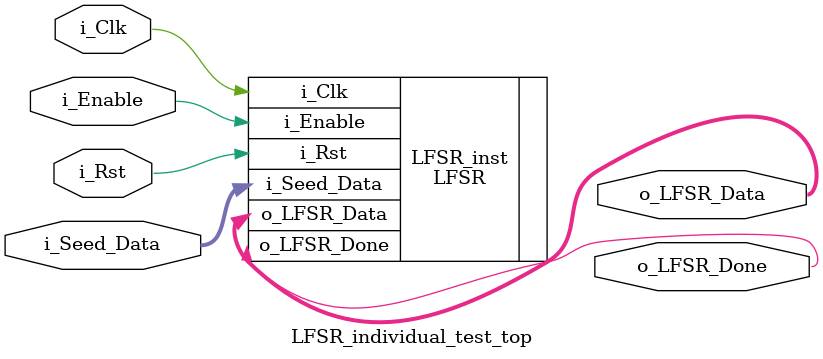
<source format=sv>
`timescale 1ns / 1ps

module LFSR_individual_test_top(
input i_Clk,
        input i_Rst,
        input i_Enable,
        
        // Optional Seed Value
        input [16-1:0] i_Seed_Data,
        
        output [16-1:0] o_LFSR_Data,
        output o_LFSR_Done
    );
    
    LFSR #(.NUM_BITS(16)) LFSR_inst
         (.i_Clk       (i_Clk),
          .i_Rst       (i_Rst),
          .i_Enable    (i_Enable),
          .i_Seed_Data (i_Seed_Data), 
          .o_LFSR_Data (o_LFSR_Data),
          .o_LFSR_Done (o_LFSR_Done)
          );
   
endmodule

</source>
